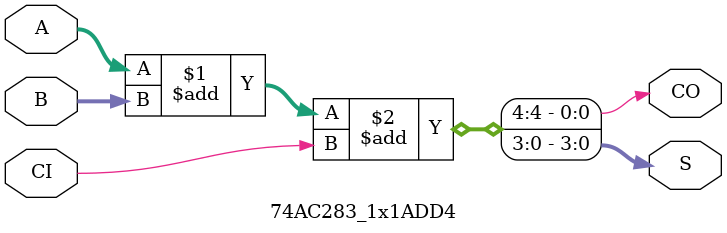
<source format=v>
module \74AC151_1x1MUX8 (D, S, O);

input [7:0] D;
input [2:0] S;
output O;

assign O = S[2] ? (S[1] ? (S[0] ? D[7] : D[6])
                        : (S[0] ? D[5] : D[4]))
                : (S[1] ? (S[0] ? D[3] : D[2])
                        : (S[0] ? D[1] : D[0]));

endmodule

module \74AC153_2x1MUX4 (D, S, O);

input [3:0] D;
input [1:0] S;
output O;

assign O = S[1] ? (S[0] ? D[3] : D[2])
                : (S[0] ? D[1] : D[0]);

endmodule

module \74AC283_1x1ADD4 (A, B, CI, S, CO);

input [3:0] A;
input [3:0] B;
input CI;
output [3:0] S;
output CO;

assign {CO, S} = A + B + CI;

endmodule

</source>
